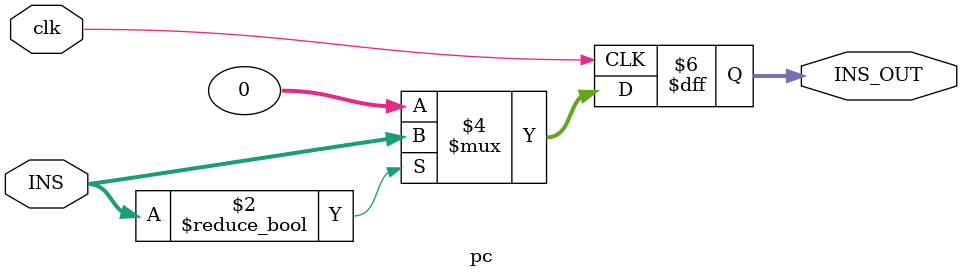
<source format=v>
module pc (
    input clk,
    input [31:0] INS,
    output reg [31:0] INS_OUT
);

    always @ (posedge clk) begin
        if ( INS ) INS_OUT = INS;
        else INS_OUT = 32'd0;
    end

endmodule // pc

</source>
